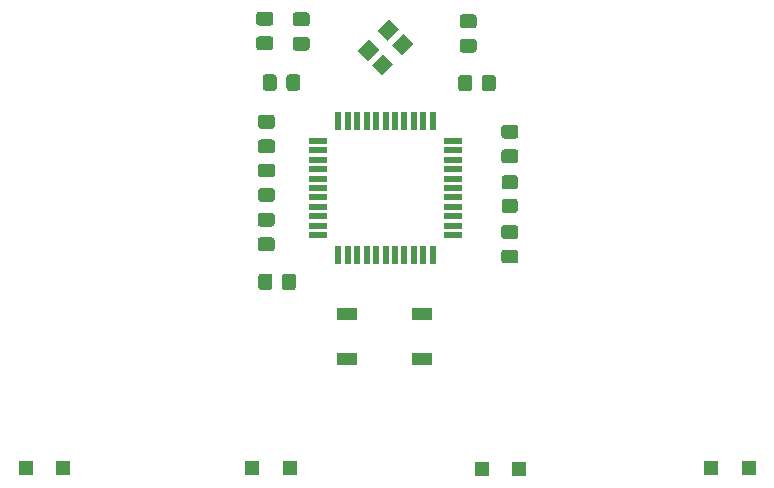
<source format=gbp>
%TF.GenerationSoftware,KiCad,Pcbnew,(5.1.9)-1*%
%TF.CreationDate,2021-01-03T12:45:44+00:00*%
%TF.ProjectId,Mechro_4K_PCB,4d656368-726f-45f3-944b-5f5043422e6b,rev?*%
%TF.SameCoordinates,Original*%
%TF.FileFunction,Paste,Bot*%
%TF.FilePolarity,Positive*%
%FSLAX46Y46*%
G04 Gerber Fmt 4.6, Leading zero omitted, Abs format (unit mm)*
G04 Created by KiCad (PCBNEW (5.1.9)-1) date 2021-01-03 12:45:44*
%MOMM*%
%LPD*%
G01*
G04 APERTURE LIST*
%ADD10R,1.200000X1.200000*%
%ADD11R,1.700000X1.000000*%
%ADD12R,1.500000X0.550000*%
%ADD13R,0.550000X1.500000*%
%ADD14C,0.100000*%
G04 APERTURE END LIST*
%TO.C,C1*%
G36*
G01*
X128062500Y-36306250D02*
X127112500Y-36306250D01*
G75*
G02*
X126862500Y-36056250I0J250000D01*
G01*
X126862500Y-35381250D01*
G75*
G02*
X127112500Y-35131250I250000J0D01*
G01*
X128062500Y-35131250D01*
G75*
G02*
X128312500Y-35381250I0J-250000D01*
G01*
X128312500Y-36056250D01*
G75*
G02*
X128062500Y-36306250I-250000J0D01*
G01*
G37*
G36*
G01*
X128062500Y-38381250D02*
X127112500Y-38381250D01*
G75*
G02*
X126862500Y-38131250I0J250000D01*
G01*
X126862500Y-37456250D01*
G75*
G02*
X127112500Y-37206250I250000J0D01*
G01*
X128062500Y-37206250D01*
G75*
G02*
X128312500Y-37456250I0J-250000D01*
G01*
X128312500Y-38131250D01*
G75*
G02*
X128062500Y-38381250I-250000J0D01*
G01*
G37*
%TD*%
%TO.C,C2*%
G36*
G01*
X142200000Y-38556250D02*
X141250000Y-38556250D01*
G75*
G02*
X141000000Y-38306250I0J250000D01*
G01*
X141000000Y-37631250D01*
G75*
G02*
X141250000Y-37381250I250000J0D01*
G01*
X142200000Y-37381250D01*
G75*
G02*
X142450000Y-37631250I0J-250000D01*
G01*
X142450000Y-38306250D01*
G75*
G02*
X142200000Y-38556250I-250000J0D01*
G01*
G37*
G36*
G01*
X142200000Y-36481250D02*
X141250000Y-36481250D01*
G75*
G02*
X141000000Y-36231250I0J250000D01*
G01*
X141000000Y-35556250D01*
G75*
G02*
X141250000Y-35306250I250000J0D01*
G01*
X142200000Y-35306250D01*
G75*
G02*
X142450000Y-35556250I0J-250000D01*
G01*
X142450000Y-36231250D01*
G75*
G02*
X142200000Y-36481250I-250000J0D01*
G01*
G37*
%TD*%
%TO.C,C3*%
G36*
G01*
X144775000Y-55218750D02*
X145725000Y-55218750D01*
G75*
G02*
X145975000Y-55468750I0J-250000D01*
G01*
X145975000Y-56143750D01*
G75*
G02*
X145725000Y-56393750I-250000J0D01*
G01*
X144775000Y-56393750D01*
G75*
G02*
X144525000Y-56143750I0J250000D01*
G01*
X144525000Y-55468750D01*
G75*
G02*
X144775000Y-55218750I250000J0D01*
G01*
G37*
G36*
G01*
X144775000Y-53143750D02*
X145725000Y-53143750D01*
G75*
G02*
X145975000Y-53393750I0J-250000D01*
G01*
X145975000Y-54068750D01*
G75*
G02*
X145725000Y-54318750I-250000J0D01*
G01*
X144775000Y-54318750D01*
G75*
G02*
X144525000Y-54068750I0J250000D01*
G01*
X144525000Y-53393750D01*
G75*
G02*
X144775000Y-53143750I250000J0D01*
G01*
G37*
%TD*%
%TO.C,C4*%
G36*
G01*
X144781250Y-44656250D02*
X145731250Y-44656250D01*
G75*
G02*
X145981250Y-44906250I0J-250000D01*
G01*
X145981250Y-45581250D01*
G75*
G02*
X145731250Y-45831250I-250000J0D01*
G01*
X144781250Y-45831250D01*
G75*
G02*
X144531250Y-45581250I0J250000D01*
G01*
X144531250Y-44906250D01*
G75*
G02*
X144781250Y-44656250I250000J0D01*
G01*
G37*
G36*
G01*
X144781250Y-46731250D02*
X145731250Y-46731250D01*
G75*
G02*
X145981250Y-46981250I0J-250000D01*
G01*
X145981250Y-47656250D01*
G75*
G02*
X145731250Y-47906250I-250000J0D01*
G01*
X144781250Y-47906250D01*
G75*
G02*
X144531250Y-47656250I0J250000D01*
G01*
X144531250Y-46981250D01*
G75*
G02*
X144781250Y-46731250I250000J0D01*
G01*
G37*
%TD*%
%TO.C,C5*%
G36*
G01*
X125125000Y-47062500D02*
X124175000Y-47062500D01*
G75*
G02*
X123925000Y-46812500I0J250000D01*
G01*
X123925000Y-46137500D01*
G75*
G02*
X124175000Y-45887500I250000J0D01*
G01*
X125125000Y-45887500D01*
G75*
G02*
X125375000Y-46137500I0J-250000D01*
G01*
X125375000Y-46812500D01*
G75*
G02*
X125125000Y-47062500I-250000J0D01*
G01*
G37*
G36*
G01*
X125125000Y-44987500D02*
X124175000Y-44987500D01*
G75*
G02*
X123925000Y-44737500I0J250000D01*
G01*
X123925000Y-44062500D01*
G75*
G02*
X124175000Y-43812500I250000J0D01*
G01*
X125125000Y-43812500D01*
G75*
G02*
X125375000Y-44062500I0J-250000D01*
G01*
X125375000Y-44737500D01*
G75*
G02*
X125125000Y-44987500I-250000J0D01*
G01*
G37*
%TD*%
%TO.C,C6*%
G36*
G01*
X124975000Y-36262500D02*
X124025000Y-36262500D01*
G75*
G02*
X123775000Y-36012500I0J250000D01*
G01*
X123775000Y-35337500D01*
G75*
G02*
X124025000Y-35087500I250000J0D01*
G01*
X124975000Y-35087500D01*
G75*
G02*
X125225000Y-35337500I0J-250000D01*
G01*
X125225000Y-36012500D01*
G75*
G02*
X124975000Y-36262500I-250000J0D01*
G01*
G37*
G36*
G01*
X124975000Y-38337500D02*
X124025000Y-38337500D01*
G75*
G02*
X123775000Y-38087500I0J250000D01*
G01*
X123775000Y-37412500D01*
G75*
G02*
X124025000Y-37162500I250000J0D01*
G01*
X124975000Y-37162500D01*
G75*
G02*
X125225000Y-37412500I0J-250000D01*
G01*
X125225000Y-38087500D01*
G75*
G02*
X124975000Y-38337500I-250000J0D01*
G01*
G37*
%TD*%
%TO.C,C7*%
G36*
G01*
X125098751Y-55356250D02*
X124148751Y-55356250D01*
G75*
G02*
X123898751Y-55106250I0J250000D01*
G01*
X123898751Y-54431250D01*
G75*
G02*
X124148751Y-54181250I250000J0D01*
G01*
X125098751Y-54181250D01*
G75*
G02*
X125348751Y-54431250I0J-250000D01*
G01*
X125348751Y-55106250D01*
G75*
G02*
X125098751Y-55356250I-250000J0D01*
G01*
G37*
G36*
G01*
X125098751Y-53281250D02*
X124148751Y-53281250D01*
G75*
G02*
X123898751Y-53031250I0J250000D01*
G01*
X123898751Y-52356250D01*
G75*
G02*
X124148751Y-52106250I250000J0D01*
G01*
X125098751Y-52106250D01*
G75*
G02*
X125348751Y-52356250I0J-250000D01*
G01*
X125348751Y-53031250D01*
G75*
G02*
X125098751Y-53281250I-250000J0D01*
G01*
G37*
%TD*%
%TO.C,C8*%
G36*
G01*
X125125000Y-49112500D02*
X124175000Y-49112500D01*
G75*
G02*
X123925000Y-48862500I0J250000D01*
G01*
X123925000Y-48187500D01*
G75*
G02*
X124175000Y-47937500I250000J0D01*
G01*
X125125000Y-47937500D01*
G75*
G02*
X125375000Y-48187500I0J-250000D01*
G01*
X125375000Y-48862500D01*
G75*
G02*
X125125000Y-49112500I-250000J0D01*
G01*
G37*
G36*
G01*
X125125000Y-51187500D02*
X124175000Y-51187500D01*
G75*
G02*
X123925000Y-50937500I0J250000D01*
G01*
X123925000Y-50262500D01*
G75*
G02*
X124175000Y-50012500I250000J0D01*
G01*
X125125000Y-50012500D01*
G75*
G02*
X125375000Y-50262500I0J-250000D01*
G01*
X125375000Y-50937500D01*
G75*
G02*
X125125000Y-51187500I-250000J0D01*
G01*
G37*
%TD*%
D10*
%TO.C,D1*%
X162325000Y-73700000D03*
X165475000Y-73700000D03*
%TD*%
%TO.C,D2*%
X126600000Y-73700000D03*
X123450000Y-73700000D03*
%TD*%
%TO.C,D3*%
X142875000Y-73818750D03*
X146025000Y-73818750D03*
%TD*%
%TO.C,D4*%
X107400000Y-73700000D03*
X104250000Y-73700000D03*
%TD*%
%TO.C,R1*%
G36*
G01*
X123950000Y-58400001D02*
X123950000Y-57499999D01*
G75*
G02*
X124199999Y-57250000I249999J0D01*
G01*
X124900001Y-57250000D01*
G75*
G02*
X125150000Y-57499999I0J-249999D01*
G01*
X125150000Y-58400001D01*
G75*
G02*
X124900001Y-58650000I-249999J0D01*
G01*
X124199999Y-58650000D01*
G75*
G02*
X123950000Y-58400001I0J249999D01*
G01*
G37*
G36*
G01*
X125950000Y-58400001D02*
X125950000Y-57499999D01*
G75*
G02*
X126199999Y-57250000I249999J0D01*
G01*
X126900001Y-57250000D01*
G75*
G02*
X127150000Y-57499999I0J-249999D01*
G01*
X127150000Y-58400001D01*
G75*
G02*
X126900001Y-58650000I-249999J0D01*
G01*
X126199999Y-58650000D01*
G75*
G02*
X125950000Y-58400001I0J249999D01*
G01*
G37*
%TD*%
%TO.C,R2*%
G36*
G01*
X144799999Y-50925000D02*
X145700001Y-50925000D01*
G75*
G02*
X145950000Y-51174999I0J-249999D01*
G01*
X145950000Y-51875001D01*
G75*
G02*
X145700001Y-52125000I-249999J0D01*
G01*
X144799999Y-52125000D01*
G75*
G02*
X144550000Y-51875001I0J249999D01*
G01*
X144550000Y-51174999D01*
G75*
G02*
X144799999Y-50925000I249999J0D01*
G01*
G37*
G36*
G01*
X144799999Y-48925000D02*
X145700001Y-48925000D01*
G75*
G02*
X145950000Y-49174999I0J-249999D01*
G01*
X145950000Y-49875001D01*
G75*
G02*
X145700001Y-50125000I-249999J0D01*
G01*
X144799999Y-50125000D01*
G75*
G02*
X144550000Y-49875001I0J249999D01*
G01*
X144550000Y-49174999D01*
G75*
G02*
X144799999Y-48925000I249999J0D01*
G01*
G37*
%TD*%
%TO.C,R3*%
G36*
G01*
X140875000Y-41575001D02*
X140875000Y-40674999D01*
G75*
G02*
X141124999Y-40425000I249999J0D01*
G01*
X141825001Y-40425000D01*
G75*
G02*
X142075000Y-40674999I0J-249999D01*
G01*
X142075000Y-41575001D01*
G75*
G02*
X141825001Y-41825000I-249999J0D01*
G01*
X141124999Y-41825000D01*
G75*
G02*
X140875000Y-41575001I0J249999D01*
G01*
G37*
G36*
G01*
X142875000Y-41575001D02*
X142875000Y-40674999D01*
G75*
G02*
X143124999Y-40425000I249999J0D01*
G01*
X143825001Y-40425000D01*
G75*
G02*
X144075000Y-40674999I0J-249999D01*
G01*
X144075000Y-41575001D01*
G75*
G02*
X143825001Y-41825000I-249999J0D01*
G01*
X143124999Y-41825000D01*
G75*
G02*
X142875000Y-41575001I0J249999D01*
G01*
G37*
%TD*%
%TO.C,R4*%
G36*
G01*
X126325000Y-41525001D02*
X126325000Y-40624999D01*
G75*
G02*
X126574999Y-40375000I249999J0D01*
G01*
X127275001Y-40375000D01*
G75*
G02*
X127525000Y-40624999I0J-249999D01*
G01*
X127525000Y-41525001D01*
G75*
G02*
X127275001Y-41775000I-249999J0D01*
G01*
X126574999Y-41775000D01*
G75*
G02*
X126325000Y-41525001I0J249999D01*
G01*
G37*
G36*
G01*
X124325000Y-41525001D02*
X124325000Y-40624999D01*
G75*
G02*
X124574999Y-40375000I249999J0D01*
G01*
X125275001Y-40375000D01*
G75*
G02*
X125525000Y-40624999I0J-249999D01*
G01*
X125525000Y-41525001D01*
G75*
G02*
X125275001Y-41775000I-249999J0D01*
G01*
X124574999Y-41775000D01*
G75*
G02*
X124325000Y-41525001I0J249999D01*
G01*
G37*
%TD*%
D11*
%TO.C,SW1*%
X131500000Y-64500000D03*
X137800000Y-64500000D03*
X131500000Y-60700000D03*
X137800000Y-60700000D03*
%TD*%
D12*
%TO.C,U1*%
X129031250Y-54006250D03*
X129031250Y-53206250D03*
X129031250Y-52406250D03*
X129031250Y-51606250D03*
X129031250Y-50806250D03*
X129031250Y-50006250D03*
X129031250Y-49206250D03*
X129031250Y-48406250D03*
X129031250Y-47606250D03*
X129031250Y-46806250D03*
X129031250Y-46006250D03*
D13*
X130731250Y-44306250D03*
X131531250Y-44306250D03*
X132331250Y-44306250D03*
X133131250Y-44306250D03*
X133931250Y-44306250D03*
X134731250Y-44306250D03*
X135531250Y-44306250D03*
X136331250Y-44306250D03*
X137131250Y-44306250D03*
X137931250Y-44306250D03*
X138731250Y-44306250D03*
D12*
X140431250Y-46006250D03*
X140431250Y-46806250D03*
X140431250Y-47606250D03*
X140431250Y-48406250D03*
X140431250Y-49206250D03*
X140431250Y-50006250D03*
X140431250Y-50806250D03*
X140431250Y-51606250D03*
X140431250Y-52406250D03*
X140431250Y-53206250D03*
X140431250Y-54006250D03*
D13*
X138731250Y-55706250D03*
X137931250Y-55706250D03*
X137131250Y-55706250D03*
X136331250Y-55706250D03*
X135531250Y-55706250D03*
X134731250Y-55706250D03*
X133931250Y-55706250D03*
X133131250Y-55706250D03*
X132331250Y-55706250D03*
X131531250Y-55706250D03*
X130731250Y-55706250D03*
%TD*%
D14*
%TO.C,X1*%
G36*
X134413052Y-40468808D02*
G01*
X133564524Y-39620280D01*
X134554474Y-38630330D01*
X135403002Y-39478858D01*
X134413052Y-40468808D01*
G37*
G36*
X136110108Y-38771752D02*
G01*
X135261580Y-37923224D01*
X136251530Y-36933274D01*
X137100058Y-37781802D01*
X136110108Y-38771752D01*
G37*
G36*
X133210970Y-39266726D02*
G01*
X132362442Y-38418198D01*
X133352392Y-37428248D01*
X134200920Y-38276776D01*
X133210970Y-39266726D01*
G37*
G36*
X134908026Y-37569670D02*
G01*
X134059498Y-36721142D01*
X135049448Y-35731192D01*
X135897976Y-36579720D01*
X134908026Y-37569670D01*
G37*
%TD*%
M02*

</source>
